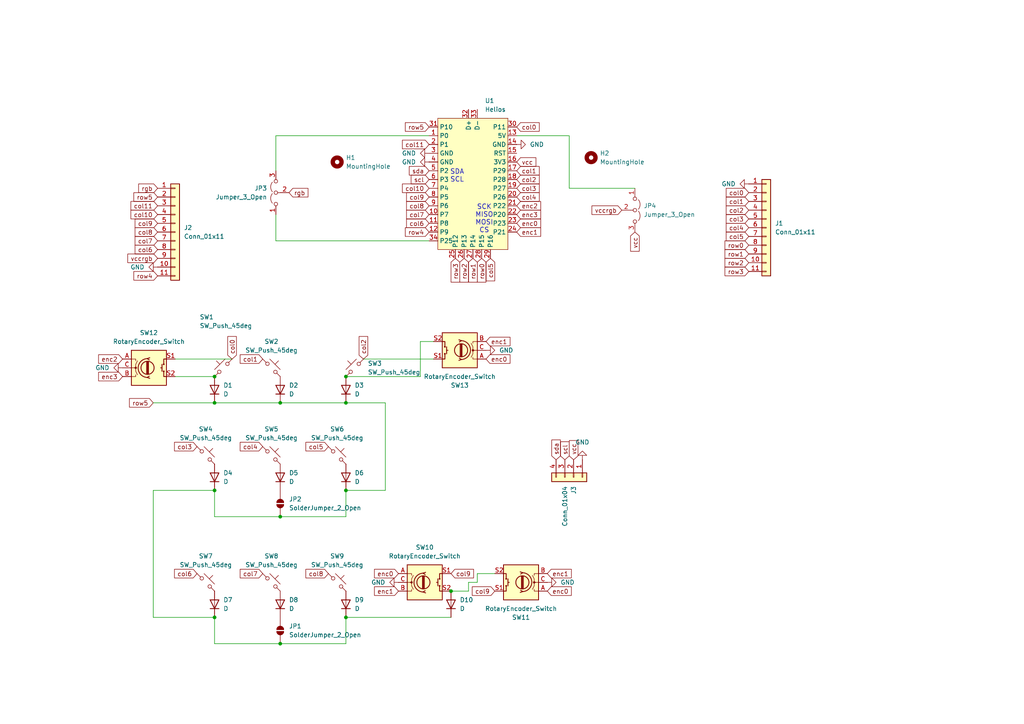
<source format=kicad_sch>
(kicad_sch (version 20231120) (generator "eeschema") (generator_version "8.0")
  (paper "A4")
  (lib_symbols
    (symbol "Connector_Generic:Conn_01x04" (pin_names (offset 1.016) hide)
      (property "Reference" "J" (at 0 5.08 0))
      (property "Value" "Conn_01x04" (at 0 -7.62 0))
      (symbol "Conn_01x04_1_1"
        (rectangle (start -1.27 -4.953) (end 0 -5.207) (stroke (width 0.1524)))
        (rectangle (start -1.27 -2.413) (end 0 -2.667) (stroke (width 0.1524)))
        (rectangle (start -1.27 0.127) (end 0 -0.127) (stroke (width 0.1524)))
        (rectangle (start -1.27 2.667) (end 0 2.413) (stroke (width 0.1524)))
        (rectangle (start -1.27 3.81) (end 1.27 -6.35) (stroke (width 0.254)) (fill (type background)))
        (pin passive line (at -5.08 2.54 0) (length 3.81) (name "Pin_1") (number "1"))
        (pin passive line (at -5.08 0 0) (length 3.81) (name "Pin_2") (number "2"))
        (pin passive line (at -5.08 -2.54 0) (length 3.81) (name "Pin_3") (number "3"))
        (pin passive line (at -5.08 -5.08 0) (length 3.81) (name "Pin_4") (number "4"))
      )
    )
    (symbol "Connector_Generic:Conn_01x11" (pin_names (offset 1.016) hide)
      (property "Reference" "J" (at 0 15.24 0))
      (property "Value" "Conn_01x11" (at 0 -15.24 0))
      (symbol "Conn_01x11_1_1"
        (rectangle (start -1.27 -12.573) (end 0 -12.827) (stroke (width 0.1524)))
        (rectangle (start -1.27 -10.033) (end 0 -10.287) (stroke (width 0.1524)))
        (rectangle (start -1.27 -7.493) (end 0 -7.747) (stroke (width 0.1524)))
        (rectangle (start -1.27 -4.953) (end 0 -5.207) (stroke (width 0.1524)))
        (rectangle (start -1.27 -2.413) (end 0 -2.667) (stroke (width 0.1524)))
        (rectangle (start -1.27 0.127) (end 0 -0.127) (stroke (width 0.1524)))
        (rectangle (start -1.27 2.667) (end 0 2.413) (stroke (width 0.1524)))
        (rectangle (start -1.27 5.207) (end 0 4.953) (stroke (width 0.1524)))
        (rectangle (start -1.27 7.747) (end 0 7.493) (stroke (width 0.1524)))
        (rectangle (start -1.27 10.287) (end 0 10.033) (stroke (width 0.1524)))
        (rectangle (start -1.27 12.827) (end 0 12.573) (stroke (width 0.1524)))
        (rectangle (start -1.27 13.97) (end 1.27 -13.97) (stroke (width 0.254)) (fill (type background)))
        (pin passive line (at -5.08 12.7 0) (length 3.81) (name "Pin_1") (number "1"))
        (pin passive line (at -5.08 -10.16 0) (length 3.81) (name "Pin_10") (number "10"))
        (pin passive line (at -5.08 -12.7 0) (length 3.81) (name "Pin_11") (number "11"))
        (pin passive line (at -5.08 10.16 0) (length 3.81) (name "Pin_2") (number "2"))
        (pin passive line (at -5.08 7.62 0) (length 3.81) (name "Pin_3") (number "3"))
        (pin passive line (at -5.08 5.08 0) (length 3.81) (name "Pin_4") (number "4"))
        (pin passive line (at -5.08 2.54 0) (length 3.81) (name "Pin_5") (number "5"))
        (pin passive line (at -5.08 0 0) (length 3.81) (name "Pin_6") (number "6"))
        (pin passive line (at -5.08 -2.54 0) (length 3.81) (name "Pin_7") (number "7"))
        (pin passive line (at -5.08 -5.08 0) (length 3.81) (name "Pin_8") (number "8"))
        (pin passive line (at -5.08 -7.62 0) (length 3.81) (name "Pin_9") (number "9"))
      )
    )
    (symbol "Device:D" (pin_numbers hide) (pin_names (offset 1.016) hide)
      (property "Reference" "D" (at 0 2.54 0))
      (property "Value" "D" (at 0 -2.54 0))
      (symbol "D_0_1"
        (polyline (pts (xy -1.27 1.27) (xy -1.27 -1.27)) (stroke (width 0.254)))
        (polyline (pts (xy 1.27 0) (xy -1.27 0)))
        (polyline (pts (xy 1.27 1.27) (xy 1.27 -1.27) (xy -1.27 0) (xy 1.27 1.27)) (stroke (width 0.254)))
      )
      (symbol "D_1_1"
        (pin passive line (at -3.81 0 0) (length 2.54) (name "K") (number "1"))
        (pin passive line (at 3.81 0 180) (length 2.54) (name "A") (number "2"))
      )
    )
    (symbol "Device:RotaryEncoder_Switch" (pin_names (offset 0.254) hide)
      (property "Reference" "SW" (at 0 6.604 0))
      (property "Value" "RotaryEncoder_Switch" (at 0 -6.604 0))
      (symbol "RotaryEncoder_Switch_0_1"
        (rectangle (start -5.08 5.08) (end 5.08 -5.08) (stroke (width 0.254)) (fill (type background)))
        (circle (center -3.81 0) (radius 0.254) (fill (type outline)))
        (circle (center -0.381 0) (radius 1.905) (stroke (width 0.254)))
        (arc (start -0.381 2.667) (mid -3.0988 -0.0635) (end -0.381 -2.794) (stroke (width 0.254)))
        (polyline (pts (xy -0.635 -1.778) (xy -0.635 1.778)) (stroke (width 0.254)))
        (polyline (pts (xy -0.381 -1.778) (xy -0.381 1.778)) (stroke (width 0.254)))
        (polyline (pts (xy -0.127 1.778) (xy -0.127 -1.778)) (stroke (width 0.254)))
        (polyline (pts (xy 3.81 0) (xy 3.429 0)) (stroke (width 0.254)))
        (polyline (pts (xy 3.81 1.016) (xy 3.81 -1.016)) (stroke (width 0.254)))
        (polyline (pts (xy -5.08 -2.54) (xy -3.81 -2.54) (xy -3.81 -2.032)))
        (polyline (pts (xy -5.08 2.54) (xy -3.81 2.54) (xy -3.81 2.032)))
        (polyline (pts (xy 0.254 -3.048) (xy -0.508 -2.794) (xy 0.127 -2.413)) (stroke (width 0.254)))
        (polyline (pts (xy 0.254 2.921) (xy -0.508 2.667) (xy 0.127 2.286)) (stroke (width 0.254)))
        (polyline (pts (xy 5.08 -2.54) (xy 4.318 -2.54) (xy 4.318 -1.016)) (stroke (width 0.254)))
        (polyline (pts (xy 5.08 2.54) (xy 4.318 2.54) (xy 4.318 1.016)) (stroke (width 0.254)))
        (polyline (pts (xy -5.08 0) (xy -3.81 0) (xy -3.81 -1.016) (xy -3.302 -2.032)))
        (polyline (pts (xy -4.318 0) (xy -3.81 0) (xy -3.81 1.016) (xy -3.302 2.032)))
        (circle (center 4.318 -1.016) (radius 0.127) (stroke (width 0.254)))
        (circle (center 4.318 1.016) (radius 0.127) (stroke (width 0.254)))
      )
      (symbol "RotaryEncoder_Switch_1_1"
        (pin passive line (at -7.62 2.54 0) (length 2.54) (name "A") (number "A"))
        (pin passive line (at -7.62 -2.54 0) (length 2.54) (name "B") (number "B"))
        (pin passive line (at -7.62 0 0) (length 2.54) (name "C") (number "C"))
        (pin passive line (at 7.62 2.54 180) (length 2.54) (name "S1") (number "S1"))
        (pin passive line (at 7.62 -2.54 180) (length 2.54) (name "S2") (number "S2"))
      )
    )
    (symbol "Jumper:Jumper_3_Open" (pin_names (offset 0) hide) (exclude_from_sim yes) (in_bom no)
      (property "Reference" "JP" (at -2.54 -2.54 0))
      (property "Value" "Jumper_3_Open" (at 0 2.794 0))
      (symbol "Jumper_3_Open_0_0"
        (circle (center -3.302 0) (radius 0.508))
        (circle (center 0 0) (radius 0.508))
        (circle (center 3.302 0) (radius 0.508))
      )
      (symbol "Jumper_3_Open_0_1"
        (arc (start -0.254 1.016) (mid -1.651 1.4992) (end -3.048 1.016))
        (polyline (pts (xy 0 -0.508) (xy 0 -1.27)))
        (arc (start 3.048 1.016) (mid 1.651 1.4992) (end 0.254 1.016))
      )
      (symbol "Jumper_3_Open_1_1"
        (pin passive line (at -6.35 0 0) (length 2.54) (name "A") (number "1"))
        (pin passive line (at 0 -3.81 90) (length 2.54) (name "C") (number "2"))
        (pin passive line (at 6.35 0 180) (length 2.54) (name "B") (number "3"))
      )
    )
    (symbol "Jumper:SolderJumper_2_Open" (pin_numbers hide) (pin_names (offset 0) hide) (exclude_from_sim yes) (in_bom no)
      (property "Reference" "JP" (at 0 2.032 0))
      (property "Value" "SolderJumper_2_Open" (at 0 -2.54 0))
      (symbol "SolderJumper_2_Open_0_1"
        (arc (start -0.254 1.016) (mid -1.2656 0) (end -0.254 -1.016))
        (arc (start -0.254 1.016) (mid -1.2656 0) (end -0.254 -1.016) (fill (type outline)))
        (polyline (pts (xy -0.254 1.016) (xy -0.254 -1.016)))
        (polyline (pts (xy 0.254 1.016) (xy 0.254 -1.016)))
        (arc (start 0.254 -1.016) (mid 1.2656 0) (end 0.254 1.016))
        (arc (start 0.254 -1.016) (mid 1.2656 0) (end 0.254 1.016) (fill (type outline)))
      )
      (symbol "SolderJumper_2_Open_1_1"
        (pin passive line (at -3.81 0 0) (length 2.54) (name "A") (number "1"))
        (pin passive line (at 3.81 0 180) (length 2.54) (name "B") (number "2"))
      )
    )
    (symbol "Mechanical:MountingHole" (pin_names (offset 1.016)) (exclude_from_sim yes) (in_bom no)
      (property "Reference" "H" (at 0 5.08 0))
      (property "Value" "MountingHole" (at 0 3.175 0))
      (symbol "MountingHole_0_1"
        (circle (center 0 0) (radius 1.27) (stroke (width 1.27)))
      )
    )
    (symbol "PCM_marbastlib-promicroish:Helios" (in_bom no)
      (property "Reference" "U" (at -7.62 22.86 0))
      (property "Value" "Helios" (at -7.62 20.32 0))
      (symbol "Helios_0_0"
        (pin bidirectional line (at -12.7 13.97 0) (length 2.54) (name "P0") (number "1"))
        (pin bidirectional line (at -12.7 -8.89 0) (length 2.54) (name "P7") (number "10"))
        (pin bidirectional line (at -12.7 -11.43 0) (length 2.54) (name "P8") (number "11"))
        (pin bidirectional line (at -12.7 -13.97 0) (length 2.54) (name "P9") (number "12"))
        (pin power_out line (at 12.7 11.43 180) (length 2.54) (name "GND") (number "14"))
        (pin bidirectional line (at 12.7 8.89 180) (length 2.54) (name "RST") (number "15"))
        (pin bidirectional line (at 12.7 3.81 180) (length 2.54) (name "P29") (number "17"))
        (pin bidirectional line (at 12.7 1.27 180) (length 2.54) (name "P28") (number "18"))
        (pin bidirectional line (at 12.7 -1.27 180) (length 2.54) (name "P27") (number "19"))
        (pin bidirectional line (at -12.7 11.43 0) (length 2.54) (name "P1") (number "2"))
        (pin bidirectional line (at 12.7 -3.81 180) (length 2.54) (name "P26") (number "20"))
        (pin bidirectional line (at 12.7 -6.35 180) (length 2.54) (name "P22") (number "21"))
        (pin bidirectional line (at 12.7 -8.89 180) (length 2.54) (name "P20") (number "22"))
        (pin bidirectional line (at 12.7 -11.43 180) (length 2.54) (name "P23") (number "23"))
        (pin bidirectional line (at 12.7 -13.97 180) (length 2.54) (name "P21") (number "24"))
        (pin power_out line (at -12.7 8.89 0) (length 2.54) (name "GND") (number "3"))
        (pin power_out line (at -12.7 6.35 0) (length 2.54) (name "GND") (number "4"))
        (pin bidirectional line (at -12.7 3.81 0) (length 2.54) (name "P2") (number "5"))
        (pin bidirectional line (at -12.7 1.27 0) (length 2.54) (name "P3") (number "6"))
        (pin bidirectional line (at -12.7 -1.27 0) (length 2.54) (name "P4") (number "7"))
        (pin bidirectional line (at -12.7 -3.81 0) (length 2.54) (name "P5") (number "8"))
        (pin bidirectional line (at -12.7 -6.35 0) (length 2.54) (name "P6") (number "9"))
      )
      (symbol "Helios_1_0"
        (pin bidirectional line (at 12.7 13.97 180) (length 2.54) (name "5V") (number "13"))
        (pin power_out line (at 12.7 6.35 180) (length 2.54) (name "3V3") (number "16"))
        (pin bidirectional line (at -5.08 -21.59 90) (length 2.54) (name "P12") (number "25"))
        (pin bidirectional line (at -2.54 -21.59 90) (length 2.54) (name "P13") (number "26"))
        (pin bidirectional line (at 0 -21.59 90) (length 2.54) (name "P14") (number "27"))
        (pin bidirectional line (at 2.54 -21.59 90) (length 2.54) (name "P15") (number "28"))
        (pin bidirectional line (at 5.08 -21.59 90) (length 2.54) (name "P16") (number "29"))
        (pin power_in line (at 12.7 16.51 180) (length 2.54) (name "P11") (number "30"))
        (pin bidirectional line (at -12.7 16.51 0) (length 2.54) (name "P10") (number "31"))
        (pin bidirectional line (at -1.27 21.59 270) (length 2.54) (name "D+") (number "32"))
        (pin bidirectional line (at 1.27 21.59 270) (length 2.54) (name "D-") (number "33"))
        (pin bidirectional line (at -12.7 -16.51 0) (length 2.54) (name "P25") (number "34"))
      )
      (symbol "Helios_1_1"
        (rectangle (start -10.16 19.05) (end 10.16 -19.05) (fill (type background)))
      )
    )
    (symbol "Switch:SW_Push_45deg" (pin_numbers hide) (pin_names (offset 1.016) hide)
      (property "Reference" "SW" (at 3.048 1.016 0))
      (property "Value" "SW_Push_45deg" (at 0 -3.81 0))
      (symbol "SW_Push_45deg_0_1"
        (circle (center -1.1684 1.1684) (radius 0.508))
        (polyline (pts (xy -0.508 2.54) (xy 2.54 -0.508)))
        (polyline (pts (xy 1.016 1.016) (xy 2.032 2.032)))
        (polyline (pts (xy -2.54 2.54) (xy -1.524 1.524) (xy -1.524 1.524)))
        (polyline (pts (xy 1.524 -1.524) (xy 2.54 -2.54) (xy 2.54 -2.54) (xy 2.54 -2.54)))
        (circle (center 1.143 -1.1938) (radius 0.508))
        (pin passive line (at -2.54 2.54 0) (length 0) (name "1") (number "1"))
        (pin passive line (at 2.54 -2.54 180) (length 0) (name "2") (number "2"))
      )
    )
    (symbol "power:GND" (power) (pin_numbers hide) (pin_names (offset 0) hide)
      (property "Value" "GND" (at 0 -3.81 0))
      (symbol "GND_0_1"
        (polyline (pts (xy 0 0) (xy 0 -1.27) (xy 1.27 -1.27) (xy 0 -2.54) (xy -1.27 -1.27) (xy 0 -1.27)))
      )
      (symbol "GND_1_1"
        (pin power_in line (at 0 0 270) (length 0) (name "~") (number "1"))
      )
    )
  )
  (junction (at 81.28 149.86))
  (junction (at 100.33 116.84))
  (junction (at 100.33 109.22))
  (junction (at 130.81 171.45))
  (junction (at 62.23 142.24))
  (junction (at 81.28 186.69))
  (junction (at 81.28 116.84))
  (junction (at 62.23 109.22))
  (junction (at 100.33 142.24))
  (junction (at 62.23 116.84))
  (junction (at 100.33 179.07))
  (junction (at 62.23 179.07))
  (wire (pts (xy 81.28 116.84) (xy 100.33 116.84)))
  (wire (pts (xy 143.51 166.37) (xy 138.43 166.37)))
  (wire (pts (xy 44.45 179.07) (xy 62.23 179.07)))
  (wire (pts (xy 62.23 186.69) (xy 81.28 186.69)))
  (wire (pts (xy 44.45 116.84) (xy 62.23 116.84)))
  (wire (pts (xy 138.43 168.91) (xy 135.89 168.91)))
  (wire (pts (xy 44.45 142.24) (xy 44.45 179.07)))
  (wire (pts (xy 111.76 142.24) (xy 100.33 142.24)))
  (wire (pts (xy 165.1 54.61) (xy 184.15 54.61)))
  (wire (pts (xy 100.33 179.07) (xy 130.81 179.07)))
  (wire (pts (xy 50.8 109.22) (xy 62.23 109.22)))
  (wire (pts (xy 80.01 39.37) (xy 80.01 49.53)))
  (wire (pts (xy 121.92 99.06) (xy 125.73 99.06)))
  (wire (pts (xy 62.23 149.86) (xy 81.28 149.86)))
  (wire (pts (xy 80.01 69.85) (xy 124.46 69.85)))
  (wire (pts (xy 50.8 104.14) (xy 67.31 104.14)))
  (wire (pts (xy 100.33 109.22) (xy 121.92 109.22)))
  (wire (pts (xy 149.86 39.37) (xy 165.1 39.37)))
  (wire (pts (xy 62.23 116.84) (xy 81.28 116.84)))
  (wire (pts (xy 62.23 142.24) (xy 44.45 142.24)))
  (wire (pts (xy 100.33 116.84) (xy 111.76 116.84)))
  (wire (pts (xy 100.33 149.86) (xy 81.28 149.86)))
  (wire (pts (xy 105.41 104.14) (xy 125.73 104.14)))
  (wire (pts (xy 81.28 186.69) (xy 100.33 186.69)))
  (wire (pts (xy 62.23 142.24) (xy 62.23 149.86)))
  (wire (pts (xy 100.33 142.24) (xy 100.33 149.86)))
  (wire (pts (xy 165.1 39.37) (xy 165.1 54.61)))
  (wire (pts (xy 138.43 166.37) (xy 138.43 168.91)))
  (wire (pts (xy 121.92 109.22) (xy 121.92 99.06)))
  (wire (pts (xy 111.76 116.84) (xy 111.76 142.24)))
  (wire (pts (xy 80.01 39.37) (xy 124.46 39.37)))
  (wire (pts (xy 135.89 171.45) (xy 130.81 171.45)))
  (wire (pts (xy 135.89 168.91) (xy 135.89 171.45)))
  (wire (pts (xy 62.23 179.07) (xy 62.23 186.69)))
  (wire (pts (xy 100.33 186.69) (xy 100.33 179.07)))
  (wire (pts (xy 80.01 62.23) (xy 80.01 69.85)))
  (text "SDA\nSCL" (at 132.588 51.054 0) (effects (font (size 1.397 1.397))))
  (text "SCK\nMISO\nMOSI\nCS" (at 140.462 63.5 0) (effects (font (size 1.397 1.397))))
  (global_label "col11" (shape input) (at 124.46 41.91 180) (property "Intersheetrefs" "${INTERSHEET_REFS}" (effects (hide yes))))
  (global_label "col1" (shape input) (at 76.2 104.14 180) (property "Intersheetrefs" "${INTERSHEET_REFS}" (effects (hide yes))))
  (global_label "scl" (shape input) (at 163.83 133.35 90) (property "Intersheetrefs" "${INTERSHEET_REFS}" (effects (hide yes))))
  (global_label "col1" (shape input) (at 149.86 49.53 0) (property "Intersheetrefs" "${INTERSHEET_REFS}" (effects (hide yes))))
  (global_label "col9" (shape input) (at 124.46 57.15 180) (property "Intersheetrefs" "${INTERSHEET_REFS}" (effects (hide yes))))
  (global_label "row2" (shape input) (at 134.62 74.93 270) (property "Intersheetrefs" "${INTERSHEET_REFS}" (effects (hide yes))))
  (global_label "col8" (shape input) (at 95.25 166.37 180) (property "Intersheetrefs" "${INTERSHEET_REFS}" (effects (hide yes))))
  (global_label "vccrgb" (shape input) (at 180.34 60.96 180) (property "Intersheetrefs" "${INTERSHEET_REFS}" (effects (hide yes))))
  (global_label "row5" (shape input) (at 44.45 116.84 180) (property "Intersheetrefs" "${INTERSHEET_REFS}" (effects (hide yes))))
  (global_label "col2" (shape input) (at 149.86 52.07 0) (property "Intersheetrefs" "${INTERSHEET_REFS}" (effects (hide yes))))
  (global_label "enc0" (shape input) (at 140.97 104.14 0) (property "Intersheetrefs" "${INTERSHEET_REFS}" (effects (hide yes))))
  (global_label "enc1" (shape input) (at 158.75 166.37 0) (property "Intersheetrefs" "${INTERSHEET_REFS}" (effects (hide yes))))
  (global_label "col5" (shape input) (at 95.25 129.54 180) (property "Intersheetrefs" "${INTERSHEET_REFS}" (effects (hide yes))))
  (global_label "enc0" (shape input) (at 149.86 64.77 0) (property "Intersheetrefs" "${INTERSHEET_REFS}" (effects (hide yes))))
  (global_label "enc2" (shape input) (at 35.56 104.14 180) (property "Intersheetrefs" "${INTERSHEET_REFS}" (effects (hide yes))))
  (global_label "col9" (shape input) (at 143.51 171.45 180) (property "Intersheetrefs" "${INTERSHEET_REFS}" (effects (hide yes))))
  (global_label "col1" (shape input) (at 217.17 58.42 180) (property "Intersheetrefs" "${INTERSHEET_REFS}" (effects (hide yes))))
  (global_label "sda" (shape input) (at 161.29 133.35 90) (property "Intersheetrefs" "${INTERSHEET_REFS}" (effects (hide yes))))
  (global_label "col5" (shape input) (at 142.24 74.93 270) (property "Intersheetrefs" "${INTERSHEET_REFS}" (effects (hide yes))))
  (global_label "col3" (shape input) (at 149.86 54.61 0) (property "Intersheetrefs" "${INTERSHEET_REFS}" (effects (hide yes))))
  (global_label "row1" (shape input) (at 217.17 73.66 180) (property "Intersheetrefs" "${INTERSHEET_REFS}" (effects (hide yes))))
  (global_label "vcc" (shape input) (at 184.15 67.31 270) (property "Intersheetrefs" "${INTERSHEET_REFS}" (effects (hide yes))))
  (global_label "col10" (shape input) (at 45.72 62.23 180) (property "Intersheetrefs" "${INTERSHEET_REFS}" (effects (hide yes))))
  (global_label "row0" (shape input) (at 139.7 74.93 270) (property "Intersheetrefs" "${INTERSHEET_REFS}" (effects (hide yes))))
  (global_label "row5" (shape input) (at 45.72 57.15 180) (property "Intersheetrefs" "${INTERSHEET_REFS}" (effects (hide yes))))
  (global_label "enc1" (shape input) (at 140.97 99.06 0) (property "Intersheetrefs" "${INTERSHEET_REFS}" (effects (hide yes))))
  (global_label "col7" (shape input) (at 124.46 62.23 180) (property "Intersheetrefs" "${INTERSHEET_REFS}" (effects (hide yes))))
  (global_label "col2" (shape input) (at 105.41 104.14 90) (property "Intersheetrefs" "${INTERSHEET_REFS}" (effects (hide yes))))
  (global_label "col6" (shape input) (at 124.46 64.77 180) (property "Intersheetrefs" "${INTERSHEET_REFS}" (effects (hide yes))))
  (global_label "col10" (shape input) (at 124.46 54.61 180) (property "Intersheetrefs" "${INTERSHEET_REFS}" (effects (hide yes))))
  (global_label "col6" (shape input) (at 45.72 72.39 180) (property "Intersheetrefs" "${INTERSHEET_REFS}" (effects (hide yes))))
  (global_label "col4" (shape input) (at 76.2 129.54 180) (property "Intersheetrefs" "${INTERSHEET_REFS}" (effects (hide yes))))
  (global_label "col0" (shape input) (at 67.31 104.14 90) (property "Intersheetrefs" "${INTERSHEET_REFS}" (effects (hide yes))))
  (global_label "row3" (shape input) (at 217.17 78.74 180) (property "Intersheetrefs" "${INTERSHEET_REFS}" (effects (hide yes))))
  (global_label "col4" (shape input) (at 149.86 57.15 0) (property "Intersheetrefs" "${INTERSHEET_REFS}" (effects (hide yes))))
  (global_label "rgb" (shape input) (at 83.82 55.88 0) (property "Intersheetrefs" "${INTERSHEET_REFS}" (effects (hide yes))))
  (global_label "col9" (shape input) (at 45.72 64.77 180) (property "Intersheetrefs" "${INTERSHEET_REFS}" (effects (hide yes))))
  (global_label "col6" (shape input) (at 57.15 166.37 180) (property "Intersheetrefs" "${INTERSHEET_REFS}" (effects (hide yes))))
  (global_label "col11" (shape input) (at 45.72 59.69 180) (property "Intersheetrefs" "${INTERSHEET_REFS}" (effects (hide yes))))
  (global_label "rgb" (shape input) (at 45.72 54.61 180) (property "Intersheetrefs" "${INTERSHEET_REFS}" (effects (hide yes))))
  (global_label "vcc" (shape input) (at 166.37 133.35 90) (property "Intersheetrefs" "${INTERSHEET_REFS}" (effects (hide yes))))
  (global_label "vccrgb" (shape input) (at 45.72 74.93 180) (property "Intersheetrefs" "${INTERSHEET_REFS}" (effects (hide yes))))
  (global_label "col9" (shape input) (at 130.81 166.37 0) (property "Intersheetrefs" "${INTERSHEET_REFS}" (effects (hide yes))))
  (global_label "row3" (shape input) (at 132.08 74.93 270) (property "Intersheetrefs" "${INTERSHEET_REFS}" (effects (hide yes))))
  (global_label "enc3" (shape input) (at 35.56 109.22 180) (property "Intersheetrefs" "${INTERSHEET_REFS}" (effects (hide yes))))
  (global_label "col4" (shape input) (at 217.17 66.04 180) (property "Intersheetrefs" "${INTERSHEET_REFS}" (effects (hide yes))))
  (global_label "enc1" (shape input) (at 115.57 171.45 180) (property "Intersheetrefs" "${INTERSHEET_REFS}" (effects (hide yes))))
  (global_label "col8" (shape input) (at 124.46 59.69 180) (property "Intersheetrefs" "${INTERSHEET_REFS}" (effects (hide yes))))
  (global_label "row0" (shape input) (at 217.17 71.12 180) (property "Intersheetrefs" "${INTERSHEET_REFS}" (effects (hide yes))))
  (global_label "col0" (shape input) (at 149.86 36.83 0) (property "Intersheetrefs" "${INTERSHEET_REFS}" (effects (hide yes))))
  (global_label "col7" (shape input) (at 76.2 166.37 180) (property "Intersheetrefs" "${INTERSHEET_REFS}" (effects (hide yes))))
  (global_label "enc2" (shape input) (at 149.86 59.69 0) (property "Intersheetrefs" "${INTERSHEET_REFS}" (effects (hide yes))))
  (global_label "col7" (shape input) (at 45.72 69.85 180) (property "Intersheetrefs" "${INTERSHEET_REFS}" (effects (hide yes))))
  (global_label "col3" (shape input) (at 57.15 129.54 180) (property "Intersheetrefs" "${INTERSHEET_REFS}" (effects (hide yes))))
  (global_label "sda" (shape input) (at 124.46 49.53 180) (property "Intersheetrefs" "${INTERSHEET_REFS}" (effects (hide yes))))
  (global_label "scl" (shape input) (at 124.46 52.07 180) (property "Intersheetrefs" "${INTERSHEET_REFS}" (effects (hide yes))))
  (global_label "vcc" (shape input) (at 149.86 46.99 0) (property "Intersheetrefs" "${INTERSHEET_REFS}" (effects (hide yes))))
  (global_label "col5" (shape input) (at 217.17 68.58 180) (property "Intersheetrefs" "${INTERSHEET_REFS}" (effects (hide yes))))
  (global_label "col2" (shape input) (at 217.17 60.96 180) (property "Intersheetrefs" "${INTERSHEET_REFS}" (effects (hide yes))))
  (global_label "enc0" (shape input) (at 115.57 166.37 180) (property "Intersheetrefs" "${INTERSHEET_REFS}" (effects (hide yes))))
  (global_label "row4" (shape input) (at 124.46 67.31 180) (property "Intersheetrefs" "${INTERSHEET_REFS}" (effects (hide yes))))
  (global_label "enc1" (shape input) (at 149.86 67.31 0) (property "Intersheetrefs" "${INTERSHEET_REFS}" (effects (hide yes))))
  (global_label "row1" (shape input) (at 137.16 74.93 270) (property "Intersheetrefs" "${INTERSHEET_REFS}" (effects (hide yes))))
  (global_label "col8" (shape input) (at 45.72 67.31 180) (property "Intersheetrefs" "${INTERSHEET_REFS}" (effects (hide yes))))
  (global_label "row5" (shape input) (at 124.46 36.83 180) (property "Intersheetrefs" "${INTERSHEET_REFS}" (effects (hide yes))))
  (global_label "enc3" (shape input) (at 149.86 62.23 0) (property "Intersheetrefs" "${INTERSHEET_REFS}" (effects (hide yes))))
  (global_label "row4" (shape input) (at 45.72 80.01 180) (property "Intersheetrefs" "${INTERSHEET_REFS}" (effects (hide yes))))
  (global_label "col0" (shape input) (at 217.17 55.88 180) (property "Intersheetrefs" "${INTERSHEET_REFS}" (effects (hide yes))))
  (global_label "col3" (shape input) (at 217.17 63.5 180) (property "Intersheetrefs" "${INTERSHEET_REFS}" (effects (hide yes))))
  (global_label "enc0" (shape input) (at 158.75 171.45 0) (property "Intersheetrefs" "${INTERSHEET_REFS}" (effects (hide yes))))
  (global_label "row2" (shape input) (at 217.17 76.2 180) (property "Intersheetrefs" "${INTERSHEET_REFS}" (effects (hide yes))))
  (symbol (lib_id "Device:D") (at 130.81 175.26 90) (unit 1)
    (property "Reference" "D10" (at 133.35 173.9899 90) (effects (justify right)))
    (property "Value" "D" (at 133.35 176.5299 90) (effects (justify right)))
    (property "Footprint" "barnacle:D_SOD-123-minimal" (effects (hide yes)))
    (property "Description" "Diode" (effects (hide yes)))
    (property "Sim.Device" "D" (effects (hide yes)))
    (property "Sim.Pins" "1=K 2=A" (effects (hide yes)))
  )
  (symbol (lib_id "Jumper:SolderJumper_2_Open") (at 81.28 182.88 270) (unit 1) (exclude_from_sim yes) (in_bom no)
    (property "Reference" "JP1" (at 83.82 181.6099 90) (effects (justify left)))
    (property "Value" "SolderJumper_2_Open" (at 83.82 184.1499 90) (effects (justify left)))
    (property "Footprint" "Jumper:SolderJumper-2_P1.3mm_Open_RoundedPad1.0x1.5mm" (effects (hide yes)))
    (property "Description" "Solder Jumper, 2-pole, open" (effects (hide yes)))
  )
  (symbol (lib_id "power:GND") (at 149.86 41.91 90) (unit 1)
    (property "Reference" "#PWR02" (effects (hide yes)))
    (property "Value" "GND" (at 153.67 41.9099 90) (effects (justify right)))
    (property "Description" "Power symbol creates a global label with name \"GND\" , ground" (effects (hide yes)))
  )
  (symbol (lib_id "Device:D") (at 81.28 138.43 90) (unit 1)
    (property "Reference" "D5" (at 83.82 137.1599 90) (effects (justify right)))
    (property "Value" "D" (at 83.82 139.6999 90) (effects (justify right)))
    (property "Footprint" "barnacle:D_SOD-123-minimal" (effects (hide yes)))
    (property "Description" "Diode" (effects (hide yes)))
    (property "Sim.Device" "D" (effects (hide yes)))
    (property "Sim.Pins" "1=K 2=A" (effects (hide yes)))
  )
  (symbol (lib_id "Device:RotaryEncoder_Switch") (at 133.35 101.6 180) (unit 1)
    (property "Reference" "SW13" (at 133.35 111.76 0))
    (property "Value" "RotaryEncoder_Switch" (at 133.35 109.22 0))
    (property "Footprint" "PCM_marbastlib-various:ROT_Alps_EC11E-Switch" (effects (hide yes)))
    (property "Description" "Rotary encoder, dual channel, incremental quadrate outputs, with switch" (effects (hide yes)))
  )
  (symbol (lib_id "Switch:SW_Push_45deg") (at 78.74 168.91 0) (unit 1)
    (property "Reference" "SW8" (at 78.74 161.29 0))
    (property "Value" "SW_Push_45deg" (at 78.74 163.83 0))
    (property "Footprint" "PCM_marbastlib-mx:SW_MX_1u" (effects (hide yes)))
    (property "Description" "Push button switch, normally open, two pins, 45° tilted" (effects (hide yes)))
  )
  (symbol (lib_id "Connector_Generic:Conn_01x11") (at 50.8 67.31 0) (unit 1)
    (property "Reference" "J2" (at 53.34 66.0399 0) (effects (justify left)))
    (property "Value" "Conn_01x11" (at 53.34 68.5799 0) (effects (justify left)))
    (property "Footprint" "Connector_PinHeader_2.54mm:PinHeader_1x11_P2.54mm_Vertical" (effects (hide yes)))
    (property "Description" "Generic connector, single row, 01x11, script generated (kicad-library-utils/schlib/autogen/connector/)" (effects (hide yes)))
  )
  (symbol (lib_id "Device:D") (at 100.33 138.43 90) (unit 1)
    (property "Reference" "D6" (at 102.87 137.1599 90) (effects (justify right)))
    (property "Value" "D" (at 102.87 139.6999 90) (effects (justify right)))
    (property "Footprint" "barnacle:D_SOD-123-minimal" (effects (hide yes)))
    (property "Description" "Diode" (effects (hide yes)))
    (property "Sim.Device" "D" (effects (hide yes)))
    (property "Sim.Pins" "1=K 2=A" (effects (hide yes)))
  )
  (symbol (lib_id "Device:D") (at 62.23 138.43 90) (unit 1)
    (property "Reference" "D4" (at 64.77 137.1599 90) (effects (justify right)))
    (property "Value" "D" (at 64.77 139.6999 90) (effects (justify right)))
    (property "Footprint" "barnacle:D_SOD-123-minimal" (effects (hide yes)))
    (property "Description" "Diode" (effects (hide yes)))
    (property "Sim.Device" "D" (effects (hide yes)))
    (property "Sim.Pins" "1=K 2=A" (effects (hide yes)))
  )
  (symbol (lib_id "power:GND") (at 124.46 46.99 270) (unit 1)
    (property "Reference" "#PWR04" (effects (hide yes)))
    (property "Value" "GND" (at 120.65 46.9899 90) (effects (justify right)))
    (property "Description" "Power symbol creates a global label with name \"GND\" , ground" (effects (hide yes)))
  )
  (symbol (lib_id "Device:D") (at 100.33 175.26 90) (unit 1)
    (property "Reference" "D9" (at 102.87 173.9899 90) (effects (justify right)))
    (property "Value" "D" (at 102.87 176.5299 90) (effects (justify right)))
    (property "Footprint" "barnacle:D_SOD-123-minimal" (effects (hide yes)))
    (property "Description" "Diode" (effects (hide yes)))
    (property "Sim.Device" "D" (effects (hide yes)))
    (property "Sim.Pins" "1=K 2=A" (effects (hide yes)))
  )
  (symbol (lib_id "Device:D") (at 81.28 113.03 90) (unit 1)
    (property "Reference" "D2" (at 83.82 111.7599 90) (effects (justify right)))
    (property "Value" "D" (at 83.82 114.2999 90) (effects (justify right)))
    (property "Footprint" "barnacle:D_SOD-123-minimal" (effects (hide yes)))
    (property "Description" "Diode" (effects (hide yes)))
    (property "Sim.Device" "D" (effects (hide yes)))
    (property "Sim.Pins" "1=K 2=A" (effects (hide yes)))
  )
  (symbol (lib_id "Jumper:Jumper_3_Open") (at 80.01 55.88 90) (unit 1) (exclude_from_sim yes) (in_bom no)
    (property "Reference" "JP3" (at 77.47 54.6099 90) (effects (justify left)))
    (property "Value" "Jumper_3_Open" (at 77.47 57.1499 90) (effects (justify left)))
    (property "Footprint" "Jumper:SolderJumper-3_P1.3mm_Open_RoundedPad1.0x1.5mm" (effects (hide yes)))
    (property "Description" "Jumper, 3-pole, both open" (effects (hide yes)))
  )
  (symbol (lib_id "power:GND") (at 158.75 168.91 90) (unit 1)
    (property "Reference" "#PWR08" (effects (hide yes)))
    (property "Value" "GND" (at 162.56 168.9101 90) (effects (justify right)))
    (property "Description" "Power symbol creates a global label with name \"GND\" , ground" (effects (hide yes)))
  )
  (symbol (lib_id "Device:D") (at 81.28 175.26 90) (unit 1)
    (property "Reference" "D8" (at 83.82 173.9899 90) (effects (justify right)))
    (property "Value" "D" (at 83.82 176.5299 90) (effects (justify right)))
    (property "Footprint" "barnacle:D_SOD-123-minimal" (effects (hide yes)))
    (property "Description" "Diode" (effects (hide yes)))
    (property "Sim.Device" "D" (effects (hide yes)))
    (property "Sim.Pins" "1=K 2=A" (effects (hide yes)))
  )
  (symbol (lib_id "Jumper:SolderJumper_2_Open") (at 81.28 146.05 270) (unit 1) (exclude_from_sim yes) (in_bom no)
    (property "Reference" "JP2" (at 83.82 144.7799 90) (effects (justify left)))
    (property "Value" "SolderJumper_2_Open" (at 83.82 147.3199 90) (effects (justify left)))
    (property "Footprint" "Jumper:SolderJumper-2_P1.3mm_Open_RoundedPad1.0x1.5mm" (effects (hide yes)))
    (property "Description" "Solder Jumper, 2-pole, open" (effects (hide yes)))
  )
  (symbol (lib_id "Mechanical:MountingHole") (at 97.79 46.99 0) (unit 1) (exclude_from_sim yes) (in_bom no)
    (property "Reference" "H1" (at 100.33 45.7199 0) (effects (justify left)))
    (property "Value" "MountingHole" (at 100.33 48.2599 0) (effects (justify left)))
    (property "Footprint" "MountingHole:MountingHole_3.2mm_M3_DIN965_Pad" (effects (hide yes)))
    (property "Description" "Mounting Hole without connection" (effects (hide yes)))
  )
  (symbol (lib_id "Device:RotaryEncoder_Switch") (at 151.13 168.91 180) (unit 1)
    (property "Reference" "SW11" (at 151.13 179.07 0))
    (property "Value" "RotaryEncoder_Switch" (at 151.13 176.53 0))
    (property "Footprint" "PCM_marbastlib-various:ROT_Alps_EC11E-Switch" (effects (hide yes)))
    (property "Description" "Rotary encoder, dual channel, incremental quadrate outputs, with switch" (effects (hide yes)))
  )
  (symbol (lib_id "Device:D") (at 100.33 113.03 90) (unit 1)
    (property "Reference" "D3" (at 102.87 111.7599 90) (effects (justify right)))
    (property "Value" "D" (at 102.87 114.2999 90) (effects (justify right)))
    (property "Footprint" "barnacle:D_SOD-123-minimal" (effects (hide yes)))
    (property "Description" "Diode" (effects (hide yes)))
    (property "Sim.Device" "D" (effects (hide yes)))
    (property "Sim.Pins" "1=K 2=A" (effects (hide yes)))
  )
  (symbol (lib_id "Switch:SW_Push_45deg") (at 78.74 132.08 0) (unit 1)
    (property "Reference" "SW5" (at 78.74 124.46 0))
    (property "Value" "SW_Push_45deg" (at 78.74 127 0))
    (property "Footprint" "PCM_marbastlib-mx:SW_MX_1u" (effects (hide yes)))
    (property "Description" "Push button switch, normally open, two pins, 45° tilted" (effects (hide yes)))
  )
  (symbol (lib_id "PCM_marbastlib-promicroish:Helios") (at 137.16 53.34 0) (unit 1) (in_bom no)
    (property "Reference" "U1" (at 140.6241 29.21 0) (effects (justify left)))
    (property "Value" "Helios" (at 140.6241 31.75 0) (effects (justify left)))
    (property "Footprint" "PCM_marbastlib-xp-promicroish:Helios_AH_USBup" (effects (hide yes)))
    (property "Datasheet" "https://github.com/0xCB-dev/0xCB-Helios" (effects (hide yes)))
    (property "Description" "Symbol for an 0xCB Helios" (effects (hide yes)))
  )
  (symbol (lib_id "Switch:SW_Push_45deg") (at 64.77 106.68 90) (unit 1)
    (property "Reference" "SW1" (at 57.912 91.948 90) (effects (justify right)))
    (property "Value" "SW_Push_45deg" (at 57.912 94.488 90) (effects (justify right)))
    (property "Footprint" "PCM_marbastlib-mx:SW_MX_1u" (effects (hide yes)))
    (property "Description" "Push button switch, normally open, two pins, 45° tilted" (effects (hide yes)))
  )
  (symbol (lib_id "power:GND") (at 168.91 133.35 180) (unit 1)
    (property "Reference" "#PWR06" (effects (hide yes)))
    (property "Value" "GND" (at 168.91 128.27 0))
    (property "Description" "Power symbol creates a global label with name \"GND\" , ground" (effects (hide yes)))
  )
  (symbol (lib_id "power:GND") (at 217.17 53.34 270) (unit 1)
    (property "Reference" "#PWR05" (effects (hide yes)))
    (property "Value" "GND" (at 213.36 53.3399 90) (effects (justify right)))
    (property "Description" "Power symbol creates a global label with name \"GND\" , ground" (effects (hide yes)))
  )
  (symbol (lib_id "power:GND") (at 124.46 44.45 270) (unit 1)
    (property "Reference" "#PWR03" (effects (hide yes)))
    (property "Value" "GND" (at 120.65 44.4499 90) (effects (justify right)))
    (property "Description" "Power symbol creates a global label with name \"GND\" , ground" (effects (hide yes)))
  )
  (symbol (lib_id "power:GND") (at 115.57 168.91 270) (unit 1)
    (property "Reference" "#PWR07" (effects (hide yes)))
    (property "Value" "GND" (at 111.76 168.9099 90) (effects (justify right)))
    (property "Description" "Power symbol creates a global label with name \"GND\" , ground" (effects (hide yes)))
  )
  (symbol (lib_id "power:GND") (at 140.97 101.6 90) (unit 1)
    (property "Reference" "#PWR010" (effects (hide yes)))
    (property "Value" "GND" (at 144.78 101.6001 90) (effects (justify right)))
    (property "Description" "Power symbol creates a global label with name \"GND\" , ground" (effects (hide yes)))
  )
  (symbol (lib_id "power:GND") (at 45.72 77.47 270) (unit 1)
    (property "Reference" "#PWR01" (effects (hide yes)))
    (property "Value" "GND" (at 41.91 77.4699 90) (effects (justify right)))
    (property "Description" "Power symbol creates a global label with name \"GND\" , ground" (effects (hide yes)))
  )
  (symbol (lib_id "Switch:SW_Push_45deg") (at 102.87 106.68 90) (unit 1)
    (property "Reference" "SW3" (at 106.68 105.4099 90) (effects (justify right)))
    (property "Value" "SW_Push_45deg" (at 106.68 107.9499 90) (effects (justify right)))
    (property "Footprint" "PCM_marbastlib-mx:SW_MX_1u" (effects (hide yes)))
    (property "Description" "Push button switch, normally open, two pins, 45° tilted" (effects (hide yes)))
  )
  (symbol (lib_id "Device:RotaryEncoder_Switch") (at 43.18 106.68 0) (unit 1)
    (property "Reference" "SW12" (at 43.18 96.52 0))
    (property "Value" "RotaryEncoder_Switch" (at 43.18 99.06 0))
    (property "Footprint" "PCM_marbastlib-various:ROT_Alps_EC11E-Switch" (effects (hide yes)))
    (property "Description" "Rotary encoder, dual channel, incremental quadrate outputs, with switch" (effects (hide yes)))
  )
  (symbol (lib_id "Switch:SW_Push_45deg") (at 78.74 106.68 0) (unit 1)
    (property "Reference" "SW2" (at 78.74 99.06 0))
    (property "Value" "SW_Push_45deg" (at 78.74 101.6 0))
    (property "Footprint" "PCM_marbastlib-mx:SW_MX_1u" (effects (hide yes)))
    (property "Description" "Push button switch, normally open, two pins, 45° tilted" (effects (hide yes)))
  )
  (symbol (lib_id "Device:RotaryEncoder_Switch") (at 123.19 168.91 0) (unit 1)
    (property "Reference" "SW10" (at 123.19 158.75 0))
    (property "Value" "RotaryEncoder_Switch" (at 123.19 161.29 0))
    (property "Footprint" "PCM_marbastlib-various:ROT_Alps_EC11E-Switch" (effects (hide yes)))
    (property "Description" "Rotary encoder, dual channel, incremental quadrate outputs, with switch" (effects (hide yes)))
  )
  (symbol (lib_id "Device:D") (at 62.23 175.26 90) (unit 1)
    (property "Reference" "D7" (at 64.77 173.9899 90) (effects (justify right)))
    (property "Value" "D" (at 64.77 176.5299 90) (effects (justify right)))
    (property "Footprint" "barnacle:D_SOD-123-minimal" (effects (hide yes)))
    (property "Description" "Diode" (effects (hide yes)))
    (property "Sim.Device" "D" (effects (hide yes)))
    (property "Sim.Pins" "1=K 2=A" (effects (hide yes)))
  )
  (symbol (lib_id "Device:D") (at 62.23 113.03 90) (unit 1)
    (property "Reference" "D1" (at 64.77 111.7599 90) (effects (justify right)))
    (property "Value" "D" (at 64.77 114.2999 90) (effects (justify right)))
    (property "Footprint" "barnacle:D_SOD-123-minimal" (effects (hide yes)))
    (property "Description" "Diode" (effects (hide yes)))
    (property "Sim.Device" "D" (effects (hide yes)))
    (property "Sim.Pins" "1=K 2=A" (effects (hide yes)))
  )
  (symbol (lib_id "Switch:SW_Push_45deg") (at 97.79 132.08 0) (unit 1)
    (property "Reference" "SW6" (at 97.79 124.46 0))
    (property "Value" "SW_Push_45deg" (at 97.79 127 0))
    (property "Footprint" "PCM_marbastlib-mx:SW_MX_1u" (effects (hide yes)))
    (property "Description" "Push button switch, normally open, two pins, 45° tilted" (effects (hide yes)))
  )
  (symbol (lib_id "Mechanical:MountingHole") (at 171.45 45.72 0) (unit 1) (exclude_from_sim yes) (in_bom no)
    (property "Reference" "H2" (at 173.99 44.4499 0) (effects (justify left)))
    (property "Value" "MountingHole" (at 173.99 46.9899 0) (effects (justify left)))
    (property "Footprint" "MountingHole:MountingHole_3.2mm_M3_DIN965_Pad" (effects (hide yes)))
    (property "Description" "Mounting Hole without connection" (effects (hide yes)))
  )
  (symbol (lib_id "Connector_Generic:Conn_01x11") (at 222.25 66.04 0) (unit 1)
    (property "Reference" "J1" (at 224.79 64.7699 0) (effects (justify left)))
    (property "Value" "Conn_01x11" (at 224.79 67.3099 0) (effects (justify left)))
    (property "Footprint" "Connector_PinHeader_2.54mm:PinHeader_1x11_P2.54mm_Vertical" (effects (hide yes)))
    (property "Description" "Generic connector, single row, 01x11, script generated (kicad-library-utils/schlib/autogen/connector/)" (effects (hide yes)))
  )
  (symbol (lib_id "Switch:SW_Push_45deg") (at 59.69 168.91 0) (unit 1)
    (property "Reference" "SW7" (at 59.69 161.29 0))
    (property "Value" "SW_Push_45deg" (at 59.69 163.83 0))
    (property "Footprint" "PCM_marbastlib-mx:SW_MX_1u" (effects (hide yes)))
    (property "Description" "Push button switch, normally open, two pins, 45° tilted" (effects (hide yes)))
  )
  (symbol (lib_id "Switch:SW_Push_45deg") (at 59.69 132.08 0) (unit 1)
    (property "Reference" "SW4" (at 59.69 124.46 0))
    (property "Value" "SW_Push_45deg" (at 59.69 127 0))
    (property "Footprint" "PCM_marbastlib-mx:SW_MX_1u" (effects (hide yes)))
    (property "Description" "Push button switch, normally open, two pins, 45° tilted" (effects (hide yes)))
  )
  (symbol (lib_id "power:GND") (at 35.56 106.68 270) (unit 1)
    (property "Reference" "#PWR09" (effects (hide yes)))
    (property "Value" "GND" (at 31.75 106.6799 90) (effects (justify right)))
    (property "Description" "Power symbol creates a global label with name \"GND\" , ground" (effects (hide yes)))
  )
  (symbol (lib_id "Connector_Generic:Conn_01x04") (at 166.37 138.43 270) (unit 1)
    (property "Reference" "J3" (at 166.3701 140.97 0) (effects (justify left)))
    (property "Value" "Conn_01x04" (at 163.8301 140.97 0) (effects (justify left)))
    (property "Footprint" "Connector_PinHeader_2.54mm:PinHeader_1x04_P2.54mm_Vertical" (effects (hide yes)))
    (property "Description" "Generic connector, single row, 01x04, script generated (kicad-library-utils/schlib/autogen/connector/)" (effects (hide yes)))
  )
  (symbol (lib_id "Switch:SW_Push_45deg") (at 97.79 168.91 0) (unit 1)
    (property "Reference" "SW9" (at 97.79 161.29 0))
    (property "Value" "SW_Push_45deg" (at 97.79 163.83 0))
    (property "Footprint" "PCM_marbastlib-mx:SW_MX_1u" (effects (hide yes)))
    (property "Description" "Push button switch, normally open, two pins, 45° tilted" (effects (hide yes)))
  )
  (symbol (lib_id "Jumper:Jumper_3_Open") (at 184.15 60.96 270) (unit 1) (exclude_from_sim yes) (in_bom no)
    (property "Reference" "JP4" (at 186.69 59.6899 90) (effects (justify left)))
    (property "Value" "Jumper_3_Open" (at 186.69 62.2299 90) (effects (justify left)))
    (property "Footprint" "Jumper:SolderJumper-3_P1.3mm_Open_RoundedPad1.0x1.5mm" (effects (hide yes)))
    (property "Description" "Jumper, 3-pole, both open" (effects (hide yes)))
  )
)
</source>
